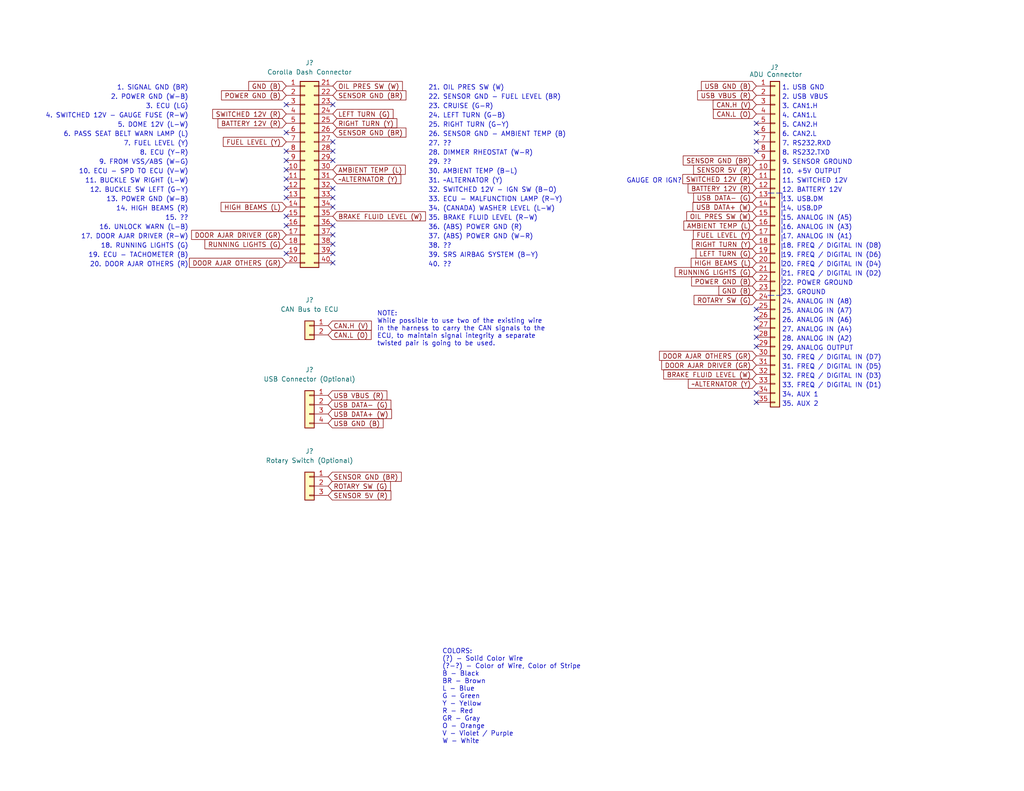
<source format=kicad_sch>
(kicad_sch (version 20211123) (generator eeschema)
  (paper "USLetter")
  (title_block (title "Corolla 2006 DBW Dash to ADU Adapter") (date "2023-04-03") (rev "v0.1") (company "DadBodCarMod, LLC") (comment 1 "Toyota Corolla 2006 w/ Drive-by-Wire (DBW)") (comment 2 "ECU Masters Advanced Display Unit (ADU)") (comment 3 "Without Anti-lock Brake System (ABS)") (comment 4 "Wired for ECU Masters EMU Black, not factory ECU"))
  (lib_symbols
    (symbol "Connector_Generic:Conn_01x02" (pin_names (offset 1.016) hide)
      (property "Reference" "J" (at 0 2.54 0))
      (property "Value" "Conn_01x02" (at 0 -5.08 0))
      (symbol "Conn_01x02_1_1"
        (rectangle (start -1.27 -2.413) (end 0 -2.667) (stroke (width 0.1524)))
        (rectangle (start -1.27 0.127) (end 0 -0.127) (stroke (width 0.1524)))
        (rectangle (start -1.27 1.27) (end 1.27 -3.81) (stroke (width 0.254)) (fill (type background)))
        (pin passive line (at -5.08 0 0) (length 3.81) (name "Pin_1") (number "1"))
        (pin passive line (at -5.08 -2.54 0) (length 3.81) (name "Pin_2") (number "2"))
      )
    )
    (symbol "Connector_Generic:Conn_01x03" (pin_names (offset 1.016) hide)
      (property "Reference" "J" (at 0 5.08 0))
      (property "Value" "Conn_01x03" (at 0 -5.08 0))
      (symbol "Conn_01x03_1_1"
        (rectangle (start -1.27 -2.413) (end 0 -2.667) (stroke (width 0.1524)))
        (rectangle (start -1.27 0.127) (end 0 -0.127) (stroke (width 0.1524)))
        (rectangle (start -1.27 2.667) (end 0 2.413) (stroke (width 0.1524)))
        (rectangle (start -1.27 3.81) (end 1.27 -3.81) (stroke (width 0.254)) (fill (type background)))
        (pin passive line (at -5.08 2.54 0) (length 3.81) (name "Pin_1") (number "1"))
        (pin passive line (at -5.08 0 0) (length 3.81) (name "Pin_2") (number "2"))
        (pin passive line (at -5.08 -2.54 0) (length 3.81) (name "Pin_3") (number "3"))
      )
    )
    (symbol "Connector_Generic:Conn_01x04" (pin_names (offset 1.016) hide)
      (property "Reference" "J" (at 0 5.08 0))
      (property "Value" "Conn_01x04" (at 0 -7.62 0))
      (symbol "Conn_01x04_1_1"
        (rectangle (start -1.27 -4.953) (end 0 -5.207) (stroke (width 0.1524)))
        (rectangle (start -1.27 -2.413) (end 0 -2.667) (stroke (width 0.1524)))
        (rectangle (start -1.27 0.127) (end 0 -0.127) (stroke (width 0.1524)))
        (rectangle (start -1.27 2.667) (end 0 2.413) (stroke (width 0.1524)))
        (rectangle (start -1.27 3.81) (end 1.27 -6.35) (stroke (width 0.254)) (fill (type background)))
        (pin passive line (at -5.08 2.54 0) (length 3.81) (name "Pin_1") (number "1"))
        (pin passive line (at -5.08 0 0) (length 3.81) (name "Pin_2") (number "2"))
        (pin passive line (at -5.08 -2.54 0) (length 3.81) (name "Pin_3") (number "3"))
        (pin passive line (at -5.08 -5.08 0) (length 3.81) (name "Pin_4") (number "4"))
      )
    )
    (symbol "Connector_Generic:Conn_01x35" (pin_names (offset 1.016) hide)
      (property "Reference" "J" (at 0 45.72 0))
      (property "Value" "Conn_01x35" (at 0 -45.72 0))
      (symbol "Conn_01x35_1_1"
        (rectangle (start -1.27 -43.053) (end 0 -43.307) (stroke (width 0.1524)))
        (rectangle (start -1.27 -40.513) (end 0 -40.767) (stroke (width 0.1524)))
        (rectangle (start -1.27 -37.973) (end 0 -38.227) (stroke (width 0.1524)))
        (rectangle (start -1.27 -35.433) (end 0 -35.687) (stroke (width 0.1524)))
        (rectangle (start -1.27 -32.893) (end 0 -33.147) (stroke (width 0.1524)))
        (rectangle (start -1.27 -30.353) (end 0 -30.607) (stroke (width 0.1524)))
        (rectangle (start -1.27 -27.813) (end 0 -28.067) (stroke (width 0.1524)))
        (rectangle (start -1.27 -25.273) (end 0 -25.527) (stroke (width 0.1524)))
        (rectangle (start -1.27 -22.733) (end 0 -22.987) (stroke (width 0.1524)))
        (rectangle (start -1.27 -20.193) (end 0 -20.447) (stroke (width 0.1524)))
        (rectangle (start -1.27 -17.653) (end 0 -17.907) (stroke (width 0.1524)))
        (rectangle (start -1.27 -15.113) (end 0 -15.367) (stroke (width 0.1524)))
        (rectangle (start -1.27 -12.573) (end 0 -12.827) (stroke (width 0.1524)))
        (rectangle (start -1.27 -10.033) (end 0 -10.287) (stroke (width 0.1524)))
        (rectangle (start -1.27 -7.493) (end 0 -7.747) (stroke (width 0.1524)))
        (rectangle (start -1.27 -4.953) (end 0 -5.207) (stroke (width 0.1524)))
        (rectangle (start -1.27 -2.413) (end 0 -2.667) (stroke (width 0.1524)))
        (rectangle (start -1.27 0.127) (end 0 -0.127) (stroke (width 0.1524)))
        (rectangle (start -1.27 2.667) (end 0 2.413) (stroke (width 0.1524)))
        (rectangle (start -1.27 5.207) (end 0 4.953) (stroke (width 0.1524)))
        (rectangle (start -1.27 7.747) (end 0 7.493) (stroke (width 0.1524)))
        (rectangle (start -1.27 10.287) (end 0 10.033) (stroke (width 0.1524)))
        (rectangle (start -1.27 12.827) (end 0 12.573) (stroke (width 0.1524)))
        (rectangle (start -1.27 15.367) (end 0 15.113) (stroke (width 0.1524)))
        (rectangle (start -1.27 17.907) (end 0 17.653) (stroke (width 0.1524)))
        (rectangle (start -1.27 20.447) (end 0 20.193) (stroke (width 0.1524)))
        (rectangle (start -1.27 22.987) (end 0 22.733) (stroke (width 0.1524)))
        (rectangle (start -1.27 25.527) (end 0 25.273) (stroke (width 0.1524)))
        (rectangle (start -1.27 28.067) (end 0 27.813) (stroke (width 0.1524)))
        (rectangle (start -1.27 30.607) (end 0 30.353) (stroke (width 0.1524)))
        (rectangle (start -1.27 33.147) (end 0 32.893) (stroke (width 0.1524)))
        (rectangle (start -1.27 35.687) (end 0 35.433) (stroke (width 0.1524)))
        (rectangle (start -1.27 38.227) (end 0 37.973) (stroke (width 0.1524)))
        (rectangle (start -1.27 40.767) (end 0 40.513) (stroke (width 0.1524)))
        (rectangle (start -1.27 43.307) (end 0 43.053) (stroke (width 0.1524)))
        (rectangle (start -1.27 44.45) (end 1.27 -44.45) (stroke (width 0.254)) (fill (type background)))
        (pin passive line (at -5.08 43.18 0) (length 3.81) (name "Pin_1") (number "1"))
        (pin passive line (at -5.08 20.32 0) (length 3.81) (name "Pin_10") (number "10"))
        (pin passive line (at -5.08 17.78 0) (length 3.81) (name "Pin_11") (number "11"))
        (pin passive line (at -5.08 15.24 0) (length 3.81) (name "Pin_12") (number "12"))
        (pin passive line (at -5.08 12.7 0) (length 3.81) (name "Pin_13") (number "13"))
        (pin passive line (at -5.08 10.16 0) (length 3.81) (name "Pin_14") (number "14"))
        (pin passive line (at -5.08 7.62 0) (length 3.81) (name "Pin_15") (number "15"))
        (pin passive line (at -5.08 5.08 0) (length 3.81) (name "Pin_16") (number "16"))
        (pin passive line (at -5.08 2.54 0) (length 3.81) (name "Pin_17") (number "17"))
        (pin passive line (at -5.08 0 0) (length 3.81) (name "Pin_18") (number "18"))
        (pin passive line (at -5.08 -2.54 0) (length 3.81) (name "Pin_19") (number "19"))
        (pin passive line (at -5.08 40.64 0) (length 3.81) (name "Pin_2") (number "2"))
        (pin passive line (at -5.08 -5.08 0) (length 3.81) (name "Pin_20") (number "20"))
        (pin passive line (at -5.08 -7.62 0) (length 3.81) (name "Pin_21") (number "21"))
        (pin passive line (at -5.08 -10.16 0) (length 3.81) (name "Pin_22") (number "22"))
        (pin passive line (at -5.08 -12.7 0) (length 3.81) (name "Pin_23") (number "23"))
        (pin passive line (at -5.08 -15.24 0) (length 3.81) (name "Pin_24") (number "24"))
        (pin passive line (at -5.08 -17.78 0) (length 3.81) (name "Pin_25") (number "25"))
        (pin passive line (at -5.08 -20.32 0) (length 3.81) (name "Pin_26") (number "26"))
        (pin passive line (at -5.08 -22.86 0) (length 3.81) (name "Pin_27") (number "27"))
        (pin passive line (at -5.08 -25.4 0) (length 3.81) (name "Pin_28") (number "28"))
        (pin passive line (at -5.08 -27.94 0) (length 3.81) (name "Pin_29") (number "29"))
        (pin passive line (at -5.08 38.1 0) (length 3.81) (name "Pin_3") (number "3"))
        (pin passive line (at -5.08 -30.48 0) (length 3.81) (name "Pin_30") (number "30"))
        (pin passive line (at -5.08 -33.02 0) (length 3.81) (name "Pin_31") (number "31"))
        (pin passive line (at -5.08 -35.56 0) (length 3.81) (name "Pin_32") (number "32"))
        (pin passive line (at -5.08 -38.1 0) (length 3.81) (name "Pin_33") (number "33"))
        (pin passive line (at -5.08 -40.64 0) (length 3.81) (name "Pin_34") (number "34"))
        (pin passive line (at -5.08 -43.18 0) (length 3.81) (name "Pin_35") (number "35"))
        (pin passive line (at -5.08 35.56 0) (length 3.81) (name "Pin_4") (number "4"))
        (pin passive line (at -5.08 33.02 0) (length 3.81) (name "Pin_5") (number "5"))
        (pin passive line (at -5.08 30.48 0) (length 3.81) (name "Pin_6") (number "6"))
        (pin passive line (at -5.08 27.94 0) (length 3.81) (name "Pin_7") (number "7"))
        (pin passive line (at -5.08 25.4 0) (length 3.81) (name "Pin_8") (number "8"))
        (pin passive line (at -5.08 22.86 0) (length 3.81) (name "Pin_9") (number "9"))
      )
    )
    (symbol "Connector_Generic:Conn_02x20_Top_Bottom" (pin_names (offset 1.016) hide)
      (property "Reference" "J" (at 1.27 25.4 0))
      (property "Value" "Conn_02x20_Top_Bottom" (at 1.27 -27.94 0))
      (symbol "Conn_02x20_Top_Bottom_1_1"
        (rectangle (start -1.27 -25.273) (end 0 -25.527) (stroke (width 0.1524)))
        (rectangle (start -1.27 -22.733) (end 0 -22.987) (stroke (width 0.1524)))
        (rectangle (start -1.27 -20.193) (end 0 -20.447) (stroke (width 0.1524)))
        (rectangle (start -1.27 -17.653) (end 0 -17.907) (stroke (width 0.1524)))
        (rectangle (start -1.27 -15.113) (end 0 -15.367) (stroke (width 0.1524)))
        (rectangle (start -1.27 -12.573) (end 0 -12.827) (stroke (width 0.1524)))
        (rectangle (start -1.27 -10.033) (end 0 -10.287) (stroke (width 0.1524)))
        (rectangle (start -1.27 -7.493) (end 0 -7.747) (stroke (width 0.1524)))
        (rectangle (start -1.27 -4.953) (end 0 -5.207) (stroke (width 0.1524)))
        (rectangle (start -1.27 -2.413) (end 0 -2.667) (stroke (width 0.1524)))
        (rectangle (start -1.27 0.127) (end 0 -0.127) (stroke (width 0.1524)))
        (rectangle (start -1.27 2.667) (end 0 2.413) (stroke (width 0.1524)))
        (rectangle (start -1.27 5.207) (end 0 4.953) (stroke (width 0.1524)))
        (rectangle (start -1.27 7.747) (end 0 7.493) (stroke (width 0.1524)))
        (rectangle (start -1.27 10.287) (end 0 10.033) (stroke (width 0.1524)))
        (rectangle (start -1.27 12.827) (end 0 12.573) (stroke (width 0.1524)))
        (rectangle (start -1.27 15.367) (end 0 15.113) (stroke (width 0.1524)))
        (rectangle (start -1.27 17.907) (end 0 17.653) (stroke (width 0.1524)))
        (rectangle (start -1.27 20.447) (end 0 20.193) (stroke (width 0.1524)))
        (rectangle (start -1.27 22.987) (end 0 22.733) (stroke (width 0.1524)))
        (rectangle (start -1.27 24.13) (end 3.81 -26.67) (stroke (width 0.254)) (fill (type background)))
        (rectangle (start 3.81 -25.273) (end 2.54 -25.527) (stroke (width 0.1524)))
        (rectangle (start 3.81 -22.733) (end 2.54 -22.987) (stroke (width 0.1524)))
        (rectangle (start 3.81 -20.193) (end 2.54 -20.447) (stroke (width 0.1524)))
        (rectangle (start 3.81 -17.653) (end 2.54 -17.907) (stroke (width 0.1524)))
        (rectangle (start 3.81 -15.113) (end 2.54 -15.367) (stroke (width 0.1524)))
        (rectangle (start 3.81 -12.573) (end 2.54 -12.827) (stroke (width 0.1524)))
        (rectangle (start 3.81 -10.033) (end 2.54 -10.287) (stroke (width 0.1524)))
        (rectangle (start 3.81 -7.493) (end 2.54 -7.747) (stroke (width 0.1524)))
        (rectangle (start 3.81 -4.953) (end 2.54 -5.207) (stroke (width 0.1524)))
        (rectangle (start 3.81 -2.413) (end 2.54 -2.667) (stroke (width 0.1524)))
        (rectangle (start 3.81 0.127) (end 2.54 -0.127) (stroke (width 0.1524)))
        (rectangle (start 3.81 2.667) (end 2.54 2.413) (stroke (width 0.1524)))
        (rectangle (start 3.81 5.207) (end 2.54 4.953) (stroke (width 0.1524)))
        (rectangle (start 3.81 7.747) (end 2.54 7.493) (stroke (width 0.1524)))
        (rectangle (start 3.81 10.287) (end 2.54 10.033) (stroke (width 0.1524)))
        (rectangle (start 3.81 12.827) (end 2.54 12.573) (stroke (width 0.1524)))
        (rectangle (start 3.81 15.367) (end 2.54 15.113) (stroke (width 0.1524)))
        (rectangle (start 3.81 17.907) (end 2.54 17.653) (stroke (width 0.1524)))
        (rectangle (start 3.81 20.447) (end 2.54 20.193) (stroke (width 0.1524)))
        (rectangle (start 3.81 22.987) (end 2.54 22.733) (stroke (width 0.1524)))
        (pin passive line (at -5.08 22.86 0) (length 3.81) (name "Pin_1") (number "1"))
        (pin passive line (at -5.08 0 0) (length 3.81) (name "Pin_10") (number "10"))
        (pin passive line (at -5.08 -2.54 0) (length 3.81) (name "Pin_11") (number "11"))
        (pin passive line (at -5.08 -5.08 0) (length 3.81) (name "Pin_12") (number "12"))
        (pin passive line (at -5.08 -7.62 0) (length 3.81) (name "Pin_13") (number "13"))
        (pin passive line (at -5.08 -10.16 0) (length 3.81) (name "Pin_14") (number "14"))
        (pin passive line (at -5.08 -12.7 0) (length 3.81) (name "Pin_15") (number "15"))
        (pin passive line (at -5.08 -15.24 0) (length 3.81) (name "Pin_16") (number "16"))
        (pin passive line (at -5.08 -17.78 0) (length 3.81) (name "Pin_17") (number "17"))
        (pin passive line (at -5.08 -20.32 0) (length 3.81) (name "Pin_18") (number "18"))
        (pin passive line (at -5.08 -22.86 0) (length 3.81) (name "Pin_19") (number "19"))
        (pin passive line (at -5.08 20.32 0) (length 3.81) (name "Pin_2") (number "2"))
        (pin passive line (at -5.08 -25.4 0) (length 3.81) (name "Pin_20") (number "20"))
        (pin passive line (at 7.62 22.86 180) (length 3.81) (name "Pin_21") (number "21"))
        (pin passive line (at 7.62 20.32 180) (length 3.81) (name "Pin_22") (number "22"))
        (pin passive line (at 7.62 17.78 180) (length 3.81) (name "Pin_23") (number "23"))
        (pin passive line (at 7.62 15.24 180) (length 3.81) (name "Pin_24") (number "24"))
        (pin passive line (at 7.62 12.7 180) (length 3.81) (name "Pin_25") (number "25"))
        (pin passive line (at 7.62 10.16 180) (length 3.81) (name "Pin_26") (number "26"))
        (pin passive line (at 7.62 7.62 180) (length 3.81) (name "Pin_27") (number "27"))
        (pin passive line (at 7.62 5.08 180) (length 3.81) (name "Pin_28") (number "28"))
        (pin passive line (at 7.62 2.54 180) (length 3.81) (name "Pin_29") (number "29"))
        (pin passive line (at -5.08 17.78 0) (length 3.81) (name "Pin_3") (number "3"))
        (pin passive line (at 7.62 0 180) (length 3.81) (name "Pin_30") (number "30"))
        (pin passive line (at 7.62 -2.54 180) (length 3.81) (name "Pin_31") (number "31"))
        (pin passive line (at 7.62 -5.08 180) (length 3.81) (name "Pin_32") (number "32"))
        (pin passive line (at 7.62 -7.62 180) (length 3.81) (name "Pin_33") (number "33"))
        (pin passive line (at 7.62 -10.16 180) (length 3.81) (name "Pin_34") (number "34"))
        (pin passive line (at 7.62 -12.7 180) (length 3.81) (name "Pin_35") (number "35"))
        (pin passive line (at 7.62 -15.24 180) (length 3.81) (name "Pin_36") (number "36"))
        (pin passive line (at 7.62 -17.78 180) (length 3.81) (name "Pin_37") (number "37"))
        (pin passive line (at 7.62 -20.32 180) (length 3.81) (name "Pin_38") (number "38"))
        (pin passive line (at 7.62 -22.86 180) (length 3.81) (name "Pin_39") (number "39"))
        (pin passive line (at -5.08 15.24 0) (length 3.81) (name "Pin_4") (number "4"))
        (pin passive line (at 7.62 -25.4 180) (length 3.81) (name "Pin_40") (number "40"))
        (pin passive line (at -5.08 12.7 0) (length 3.81) (name "Pin_5") (number "5"))
        (pin passive line (at -5.08 10.16 0) (length 3.81) (name "Pin_6") (number "6"))
        (pin passive line (at -5.08 7.62 0) (length 3.81) (name "Pin_7") (number "7"))
        (pin passive line (at -5.08 5.08 0) (length 3.81) (name "Pin_8") (number "8"))
        (pin passive line (at -5.08 2.54 0) (length 3.81) (name "Pin_9") (number "9"))
      )
    )
  )
  (no_connect (at 78.105 43.815))
  (no_connect (at 78.105 41.275))
  (no_connect (at 78.105 53.975))
  (no_connect (at 78.105 48.895))
  (no_connect (at 78.105 46.355))
  (no_connect (at 78.105 51.435))
  (no_connect (at 78.105 61.595))
  (no_connect (at 78.105 69.215))
  (no_connect (at 206.375 94.615))
  (no_connect (at 206.375 107.315))
  (no_connect (at 90.805 41.275))
  (no_connect (at 90.805 28.575))
  (no_connect (at 90.805 51.435))
  (no_connect (at 90.805 53.975))
  (no_connect (at 90.805 56.515))
  (no_connect (at 90.805 61.595))
  (no_connect (at 90.805 64.135))
  (no_connect (at 90.805 69.215))
  (no_connect (at 206.375 109.855))
  (no_connect (at 206.375 84.455))
  (no_connect (at 206.375 86.995))
  (no_connect (at 206.375 89.535))
  (no_connect (at 206.375 92.075))
  (no_connect (at 90.805 43.815))
  (no_connect (at 90.805 66.675))
  (no_connect (at 90.805 38.735))
  (no_connect (at 78.105 59.055))
  (no_connect (at 90.805 71.755))
  (no_connect (at 78.105 28.575))
  (no_connect (at 78.105 36.195))
  (no_connect (at 206.375 36.195))
  (no_connect (at 206.375 38.735))
  (no_connect (at 206.375 33.655))
  (no_connect (at 206.375 41.275))
  (polyline (pts (xy 209.55 52.705) (xy 213.36 52.705)))
  (polyline (pts (xy 209.55 80.645) (xy 213.36 80.645)))
  (polyline (pts (xy 213.36 52.705) (xy 213.36 80.645)))
  (text "2. POWER GND (W-B)" (at 51.435 27.305 180) (effects (font (size 1.27 1.27)) (justify right bottom)))
  (text "38. ??" (at 116.84 67.945 0) (effects (font (size 1.27 1.27)) (justify left bottom)))
  (text "2. USB VBUS" (at 213.36 27.305 0) (effects (font (size 1.27 1.27)) (justify left bottom)))
  (text "14. USB.DP" (at 213.36 57.785 0) (effects (font (size 1.27 1.27)) (justify left bottom)))
  (text "34. (CANADA) WASHER LEVEL (L-W)" (at 116.84 57.785 0) (effects (font (size 1.27 1.27)) (justify left bottom)))
  (text "27. ANALOG IN (A4)" (at 213.36 90.805 0) (effects (font (size 1.27 1.27)) (justify left bottom)))
  (text "GAUGE OR IGN?" (at 186.055 50.165 180) (effects (font (size 1.27 1.27)) (justify right bottom)))
  (text "5. DOME 12V (L-W)" (at 51.435 34.925 180) (effects (font (size 1.27 1.27)) (justify right bottom)))
  (text "12. BUCKLE SW LEFT (G-Y)" (at 51.435 52.705 180) (effects (font (size 1.27 1.27)) (justify right bottom)))
  (text "8. RS232.TXD" (at 213.36 42.545 0) (effects (font (size 1.27 1.27)) (justify left bottom)))
  (text "4. SWITCHED 12V - GAUGE FUSE (R-W)" (at 51.435 32.385 180) (effects (font (size 1.27 1.27)) (justify right bottom)))
  (text "35. BRAKE FLUID LEVEL (R-W)" (at 116.84 60.325 0) (effects (font (size 1.27 1.27)) (justify left bottom)))
  (text "20. DOOR AJAR OTHERS (R)" (at 51.435 73.025 180) (effects (font (size 1.27 1.27)) (justify right bottom)))
  (text "33. ECU - MALFUNCTION LAMP (R-Y)" (at 116.84 55.245 0) (effects (font (size 1.27 1.27)) (justify left bottom)))
  (text "9. FROM VSS/ABS (W-G)" (at 51.435 45.085 180) (effects (font (size 1.27 1.27)) (justify right bottom)))
  (text "21. OIL PRES SW (W)" (at 116.84 24.765 0) (effects (font (size 1.27 1.27)) (justify left bottom)))
  (text "6. PASS SEAT BELT WARN LAMP (L)" (at 51.435 37.465 180) (effects (font (size 1.27 1.27)) (justify right bottom)))
  (text "20. FREQ / DIGITAL IN (D4)" (at 213.36 73.025 0) (effects (font (size 1.27 1.27)) (justify left bottom)))
  (text "3. ECU (LG)" (at 51.435 29.845 180) (effects (font (size 1.27 1.27)) (justify right bottom)))
  (text "18. RUNNING LIGHTS (G)" (at 51.435 67.945 180) (effects (font (size 1.27 1.27)) (justify right bottom)))
  (text "31. ~ALTERNATOR (Y)" (at 116.84 50.165 0) (effects (font (size 1.27 1.27)) (justify left bottom)))
  (text "17. DOOR AJAR DRIVER (R-W)" (at 51.435 65.405 180) (effects (font (size 1.27 1.27)) (justify right bottom)))
  (text "3. CAN1.H" (at 213.36 29.845 0) (effects (font (size 1.27 1.27)) (justify left bottom)))
  (text "19. FREQ / DIGITAL IN (D6)" (at 213.36 70.485 0) (effects (font (size 1.27 1.27)) (justify left bottom)))
  (text "5. CAN2.H" (at 213.36 34.925 0) (effects (font (size 1.27 1.27)) (justify left bottom)))
  (text "18. FREQ / DIGITAL IN (D8)" (at 213.36 67.945 0) (effects (font (size 1.27 1.27)) (justify left bottom)))
  (text "33. FREQ / DIGITAL IN (D1)" (at 213.36 106.045 0) (effects (font (size 1.27 1.27)) (justify left bottom)))
  (text "4. CAN1.L" (at 213.36 32.385 0) (effects (font (size 1.27 1.27)) (justify left bottom)))
  (text "25. ANALOG IN (A7)" (at 213.36 85.725 0) (effects (font (size 1.27 1.27)) (justify left bottom)))
  (text "34. AUX 1" (at 213.36 108.585 0) (effects (font (size 1.27 1.27)) (justify left bottom)))
  (text "31. FREQ / DIGITAL IN (D5)" (at 213.36 100.965 0) (effects (font (size 1.27 1.27)) (justify left bottom)))
  (text "13. POWER GND (W-B)" (at 51.435 55.245 180) (effects (font (size 1.27 1.27)) (justify right bottom)))
  (text "COLORS:\n(?) - Solid Color Wire\n(?-?) - Color of Wire, Color of Stripe\nB - Black\nBR - Brown\nL - Blue\nG - Green\nY - Yellow\nR - Red\nGR - Gray\nO - Orange\nV - Violet / Purple\nW - White" (at 120.65 203.2 0) (effects (font (size 1.27 1.27)) (justify left bottom)))
  (text "17. ANALOG IN (A1)" (at 213.36 65.405 0) (effects (font (size 1.27 1.27)) (justify left bottom)))
  (text "21. FREQ / DIGITAL IN (D2)" (at 213.36 75.565 0) (effects (font (size 1.27 1.27)) (justify left bottom)))
  (text "40. ??" (at 116.84 73.025 0) (effects (font (size 1.27 1.27)) (justify left bottom)))
  (text "23. CRUISE (G-R)" (at 116.84 29.845 0) (effects (font (size 1.27 1.27)) (justify left bottom)))
  (text "30. FREQ / DIGITAL IN (D7)" (at 213.36 98.425 0) (effects (font (size 1.27 1.27)) (justify left bottom)))
  (text "12. BATTERY 12V" (at 213.36 52.705 0) (effects (font (size 1.27 1.27)) (justify left bottom)))
  (text "15. ANALOG IN (A5)" (at 213.36 60.325 0) (effects (font (size 1.27 1.27)) (justify left bottom)))
  (text "16. UNLOCK WARN (L-B)" (at 51.435 62.865 180) (effects (font (size 1.27 1.27)) (justify right bottom)))
  (text "24. ANALOG IN (A8)" (at 213.36 83.185 0) (effects (font (size 1.27 1.27)) (justify left bottom)))
  (text "35. AUX 2" (at 213.36 111.125 0) (effects (font (size 1.27 1.27)) (justify left bottom)))
  (text "6. CAN2.L" (at 213.36 37.465 0) (effects (font (size 1.27 1.27)) (justify left bottom)))
  (text "32. FREQ / DIGITAL IN (D3)" (at 213.36 103.505 0) (effects (font (size 1.27 1.27)) (justify left bottom)))
  (text "10. ECU - SPD TO ECU (V-W)" (at 51.435 47.625 180) (effects (font (size 1.27 1.27)) (justify right bottom)))
  (text "39. SRS AIRBAG SYSTEM (B-Y)" (at 116.84 70.485 0) (effects (font (size 1.27 1.27)) (justify left bottom)))
  (text "19. ECU - TACHOMETER (B)" (at 51.435 70.485 180) (effects (font (size 1.27 1.27)) (justify right bottom)))
  (text "11. SWITCHED 12V" (at 213.36 50.165 0) (effects (font (size 1.27 1.27)) (justify left bottom)))
  (text "37. (ABS) POWER GND (W-R)" (at 116.84 65.405 0) (effects (font (size 1.27 1.27)) (justify left bottom)))
  (text "26. ANALOG IN (A6)" (at 213.36 88.265 0) (effects (font (size 1.27 1.27)) (justify left bottom)))
  (text "8. ECU (Y-R)" (at 51.435 42.545 180) (effects (font (size 1.27 1.27)) (justify right bottom)))
  (text "22. SENSOR GND - FUEL LEVEL (BR)" (at 116.84 27.305 0) (effects (font (size 1.27 1.27)) (justify left bottom)))
  (text "14. HIGH BEAMS (R)" (at 51.435 57.785 180) (effects (font (size 1.27 1.27)) (justify right bottom)))
  (text "9. SENSOR GROUND" (at 213.36 45.085 0) (effects (font (size 1.27 1.27)) (justify left bottom)))
  (text "7. RS232.RXD" (at 213.36 40.005 0) (effects (font (size 1.27 1.27)) (justify left bottom)))
  (text "25. RIGHT TURN (G-Y)" (at 116.84 34.925 0) (effects (font (size 1.27 1.27)) (justify left bottom)))
  (text "13. USB.DM" (at 213.36 55.245 0) (effects (font (size 1.27 1.27)) (justify left bottom)))
  (text "NOTE:\nWhile possible to use two of the existing wire\nin the harness to carry the CAN signals to the\nECU, to maintain signal integrity a separate\ntwisted pair is going to be used." (at 102.87 94.615 0) (effects (font (size 1.27 1.27)) (justify left bottom)))
  (text "32. SWITCHED 12V - IGN SW (B-O)" (at 116.84 52.705 0) (effects (font (size 1.27 1.27)) (justify left bottom)))
  (text "28. DIMMER RHEOSTAT (W-R)" (at 116.84 42.545 0) (effects (font (size 1.27 1.27)) (justify left bottom)))
  (text "11. BUCKLE SW RIGHT (L-W)" (at 51.435 50.165 180) (effects (font (size 1.27 1.27)) (justify right bottom)))
  (text "10. +5V OUTPUT" (at 213.36 47.625 0) (effects (font (size 1.27 1.27)) (justify left bottom)))
  (text "7. FUEL LEVEL (Y)" (at 51.435 40.005 180) (effects (font (size 1.27 1.27)) (justify right bottom)))
  (text "29. ANALOG OUTPUT" (at 213.36 95.885 0) (effects (font (size 1.27 1.27)) (justify left bottom)))
  (text "23. GROUND" (at 213.36 80.645 0) (effects (font (size 1.27 1.27)) (justify left bottom)))
  (text "15. ??" (at 51.435 60.325 180) (effects (font (size 1.27 1.27)) (justify right bottom)))
  (text "36. (ABS) POWER GND (R)" (at 116.84 62.865 0) (effects (font (size 1.27 1.27)) (justify left bottom)))
  (text "1. SIGNAL GND (BR)" (at 51.435 24.765 180) (effects (font (size 1.27 1.27)) (justify right bottom)))
  (text "26. SENSOR GND - AMBIENT TEMP (B)" (at 116.84 37.465 0) (effects (font (size 1.27 1.27)) (justify left bottom)))
  (text "1. USB GND" (at 213.36 24.765 0) (effects (font (size 1.27 1.27)) (justify left bottom)))
  (text "16. ANALOG IN (A3)" (at 213.36 62.865 0) (effects (font (size 1.27 1.27)) (justify left bottom)))
  (text "29. ??" (at 116.84 45.085 0) (effects (font (size 1.27 1.27)) (justify left bottom)))
  (text "22. POWER GROUND" (at 213.36 78.105 0) (effects (font (size 1.27 1.27)) (justify left bottom)))
  (text "24. LEFT TURN (G-B)" (at 116.84 32.385 0) (effects (font (size 1.27 1.27)) (justify left bottom)))
  (text "27. ??" (at 116.84 40.005 0) (effects (font (size 1.27 1.27)) (justify left bottom)))
  (text "30. AMBIENT TEMP (B-L)" (at 116.84 47.625 0) (effects (font (size 1.27 1.27)) (justify left bottom)))
  (text "28. ANALOG IN (A2)" (at 213.36 93.345 0) (effects (font (size 1.27 1.27)) (justify left bottom)))
  (global_label "USB VBUS (R)" (shape input) (at 89.535 107.95 0) (property "Intersheet References" "${INTERSHEET_REFS}" (effects hide)))
  (global_label "CAN.H (V)" (shape input) (at 89.535 88.9 0) (property "Intersheet References" "${INTERSHEET_REFS}" (effects hide)))
  (global_label "FUEL LEVEL (Y)" (shape input) (at 78.105 38.735 180) (property "Intersheet References" "${INTERSHEET_REFS}" (effects hide)))
  (global_label "HIGH BEAMS (L)" (shape input) (at 206.375 71.755 180) (property "Intersheet References" "${INTERSHEET_REFS}" (effects hide)))
  (global_label "LEFT TURN (G)" (shape input) (at 206.375 69.215 180) (property "Intersheet References" "${INTERSHEET_REFS}" (effects hide)))
  (global_label "CAN.H (V)" (shape input) (at 206.375 28.575 180) (property "Intersheet References" "${INTERSHEET_REFS}" (effects hide)))
  (global_label "POWER GND (B)" (shape input) (at 78.105 26.035 180) (property "Intersheet References" "${INTERSHEET_REFS}" (effects hide)))
  (global_label "BRAKE FLUID LEVEL (W)" (shape input) (at 206.375 102.235 180) (property "Intersheet References" "${INTERSHEET_REFS}" (effects hide)))
  (global_label "USB GND (B)" (shape input) (at 89.535 115.57 0) (property "Intersheet References" "${INTERSHEET_REFS}" (effects hide)))
  (global_label "RUNNING LIGHTS (G)" (shape input) (at 206.375 74.295 180) (property "Intersheet References" "${INTERSHEET_REFS}" (effects hide)))
  (global_label "SENSOR 5V (R)" (shape input) (at 89.535 135.255 0) (property "Intersheet References" "${INTERSHEET_REFS}" (effects hide)))
  (global_label "~ALTERNATOR (Y)" (shape input) (at 206.375 104.775 180) (property "Intersheet References" "${INTERSHEET_REFS}" (effects hide)))
  (global_label "SENSOR GND (BR)" (shape input) (at 90.805 26.035 0) (property "Intersheet References" "${INTERSHEET_REFS}" (effects hide)))
  (global_label "RIGHT TURN (Y)" (shape input) (at 90.805 33.655 0) (property "Intersheet References" "${INTERSHEET_REFS}" (effects hide)))
  (global_label "SWITCHED 12V (R)" (shape input) (at 206.375 48.895 180) (property "Intersheet References" "${INTERSHEET_REFS}" (effects hide)))
  (global_label "SWITCHED 12V (R)" (shape input) (at 78.105 31.115 180) (property "Intersheet References" "${INTERSHEET_REFS}" (effects hide)))
  (global_label "~ALTERNATOR (Y)" (shape input) (at 90.805 48.895 0) (property "Intersheet References" "${INTERSHEET_REFS}" (effects hide)))
  (global_label "OIL PRES SW (W)" (shape input) (at 90.805 23.495 0) (property "Intersheet References" "${INTERSHEET_REFS}" (effects hide)))
  (global_label "SENSOR GND (BR)" (shape input) (at 90.805 36.195 0) (property "Intersheet References" "${INTERSHEET_REFS}" (effects hide)))
  (global_label "RUNNING LIGHTS (G)" (shape input) (at 78.105 66.675 180) (property "Intersheet References" "${INTERSHEET_REFS}" (effects hide)))
  (global_label "ROTARY SW (G)" (shape input) (at 206.375 81.915 180) (property "Intersheet References" "${INTERSHEET_REFS}" (effects hide)))
  (global_label "ROTARY SW (G)" (shape input) (at 89.535 132.715 0) (property "Intersheet References" "${INTERSHEET_REFS}" (effects hide)))
  (global_label "RIGHT TURN (Y)" (shape input) (at 206.375 66.675 180) (property "Intersheet References" "${INTERSHEET_REFS}" (effects hide)))
  (global_label "POWER GND (B)" (shape input) (at 206.375 76.835 180) (property "Intersheet References" "${INTERSHEET_REFS}" (effects hide)))
  (global_label "USB DATA+ (W)" (shape input) (at 89.535 113.03 0) (property "Intersheet References" "${INTERSHEET_REFS}" (effects hide)))
  (global_label "USB DATA+ (W)" (shape input) (at 206.375 56.515 180) (property "Intersheet References" "${INTERSHEET_REFS}" (effects hide)))
  (global_label "CAN.L (O)" (shape input) (at 206.375 31.115 180) (property "Intersheet References" "${INTERSHEET_REFS}" (effects hide)))
  (global_label "AMBIENT TEMP (L)" (shape input) (at 90.805 46.355 0) (property "Intersheet References" "${INTERSHEET_REFS}" (effects hide)))
  (global_label "GND (B)" (shape input) (at 206.375 79.375 180) (property "Intersheet References" "${INTERSHEET_REFS}" (effects hide)))
  (global_label "BATTERY 12V (R)" (shape input) (at 206.375 51.435 180) (property "Intersheet References" "${INTERSHEET_REFS}" (effects hide)))
  (global_label "LEFT TURN (G)" (shape input) (at 90.805 31.115 0) (property "Intersheet References" "${INTERSHEET_REFS}" (effects hide)))
  (global_label "DOOR AJAR DRIVER (GR)" (shape input) (at 78.105 64.135 180) (property "Intersheet References" "${INTERSHEET_REFS}" (effects hide)))
  (global_label "FUEL LEVEL (Y)" (shape input) (at 206.375 64.135 180) (property "Intersheet References" "${INTERSHEET_REFS}" (effects hide)))
  (global_label "BRAKE FLUID LEVEL (W)" (shape input) (at 90.805 59.055 0) (property "Intersheet References" "${INTERSHEET_REFS}" (effects hide)))
  (global_label "AMBIENT TEMP (L)" (shape input) (at 206.375 61.595 180) (property "Intersheet References" "${INTERSHEET_REFS}" (effects hide)))
  (global_label "SENSOR 5V (R)" (shape input) (at 206.375 46.355 180) (property "Intersheet References" "${INTERSHEET_REFS}" (effects hide)))
  (global_label "USB DATA- (G)" (shape input) (at 206.375 53.975 180) (property "Intersheet References" "${INTERSHEET_REFS}" (effects hide)))
  (global_label "SENSOR GND (BR)" (shape input) (at 89.535 130.175 0) (property "Intersheet References" "${INTERSHEET_REFS}" (effects hide)))
  (global_label "USB GND (B)" (shape input) (at 206.375 23.495 180) (property "Intersheet References" "${INTERSHEET_REFS}" (effects hide)))
  (global_label "OIL PRES SW (W)" (shape input) (at 206.375 59.055 180) (property "Intersheet References" "${INTERSHEET_REFS}" (effects hide)))
  (global_label "DOOR AJAR DRIVER (GR)" (shape input) (at 206.375 99.695 180) (property "Intersheet References" "${INTERSHEET_REFS}" (effects hide)))
  (global_label "USB VBUS (R)" (shape input) (at 206.375 26.035 180) (property "Intersheet References" "${INTERSHEET_REFS}" (effects hide)))
  (global_label "CAN.L (O)" (shape input) (at 89.535 91.44 0) (property "Intersheet References" "${INTERSHEET_REFS}" (effects hide)))
  (global_label "USB DATA- (G)" (shape input) (at 89.535 110.49 0) (property "Intersheet References" "${INTERSHEET_REFS}" (effects hide)))
  (global_label "GND (B)" (shape input) (at 78.105 23.495 180) (property "Intersheet References" "${INTERSHEET_REFS}" (effects hide)))
  (global_label "DOOR AJAR OTHERS (GR)" (shape input) (at 206.375 97.155 180) (property "Intersheet References" "${INTERSHEET_REFS}" (effects hide)))
  (global_label "BATTERY 12V (R)" (shape input) (at 78.105 33.655 180) (property "Intersheet References" "${INTERSHEET_REFS}" (effects hide)))
  (global_label "DOOR AJAR OTHERS (GR)" (shape input) (at 78.105 71.755 180) (property "Intersheet References" "${INTERSHEET_REFS}" (effects hide)))
  (global_label "HIGH BEAMS (L)" (shape input) (at 78.105 56.515 180) (property "Intersheet References" "${INTERSHEET_REFS}" (effects hide)))
  (global_label "SENSOR GND (BR)" (shape input) (at 206.375 43.815 180) (property "Intersheet References" "${INTERSHEET_REFS}" (effects hide)))
  (symbol (lib_id "Connector_Generic:Conn_01x35") (at 211.455 66.675 0) (unit 1)
    (property "Reference" "J?" (at 210.185 18.415 0) (effects (justify left)))
    (property "Value" "ADU Connector" (at 204.47 20.32 0) (effects (justify left)))
  )
  (symbol (lib_id "Connector_Generic:Conn_01x03") (at 84.455 132.715 0) (mirror y) (unit 1)
    (property "Reference" "J?" (at 84.455 123.19 0))
    (property "Value" "Rotary Switch (Optional)" (at 84.455 125.73 0))
  )
  (symbol (lib_id "Connector_Generic:Conn_01x04") (at 84.455 110.49 0) (mirror y) (unit 1)
    (property "Reference" "J?" (at 84.455 100.965 0))
    (property "Value" "USB Connector (Optional)" (at 84.455 103.505 0))
  )
  (symbol (lib_id "Connector_Generic:Conn_02x20_Top_Bottom") (at 83.185 46.355 0) (unit 1)
    (property "Reference" "J?" (at 84.455 17.145 0))
    (property "Value" "Corolla Dash Connector" (at 84.455 19.685 0))
  )
  (symbol (lib_id "Connector_Generic:Conn_01x02") (at 84.455 88.9 0) (mirror y) (unit 1)
    (property "Reference" "J?" (at 84.455 81.915 0))
    (property "Value" "CAN Bus to ECU" (at 84.455 84.455 0))
  )
)
</source>
